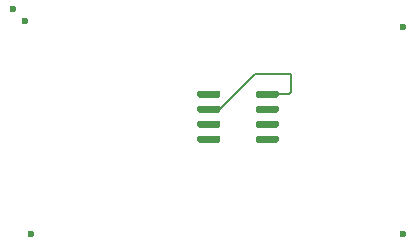
<source format=gtl>
G04 #@! TF.GenerationSoftware,KiCad,Pcbnew,8.0.9-8.0.9-0~ubuntu24.04.1*
G04 #@! TF.CreationDate,2025-11-26T21:59:02+00:00*
G04 #@! TF.ProjectId,greenenergyecu,67726565-6e65-46e6-9572-67796563752e,rev?*
G04 #@! TF.SameCoordinates,Original*
G04 #@! TF.FileFunction,Copper,L1,Top*
G04 #@! TF.FilePolarity,Positive*
%FSLAX46Y46*%
G04 Gerber Fmt 4.6, Leading zero omitted, Abs format (unit mm)*
G04 Created by KiCad (PCBNEW 8.0.9-8.0.9-0~ubuntu24.04.1) date 2025-11-26 21:59:02*
%MOMM*%
%LPD*%
G01*
G04 APERTURE LIST*
G04 #@! TA.AperFunction,ViaPad*
%ADD10C,0.600000*%
G04 #@! TD*
G04 #@! TA.AperFunction,Conductor*
%ADD11C,0.200000*%
G04 #@! TD*
G04 APERTURE END LIST*
G04 #@! TO.P,U1,1,GND*
G04 #@! TO.N,unconnected-(U1-GND-Pad1)*
G04 #@! TA.AperFunction,SMDPad,CuDef*
G36*
G01*
X14575000Y-6380000D02*
X14575000Y-6080000D01*
G75*
G02*
X14725000Y-5930000I150000J0D01*
G01*
X16375000Y-5930000D01*
G75*
G02*
X16525000Y-6080000I0J-150000D01*
G01*
X16525000Y-6380000D01*
G75*
G02*
X16375000Y-6530000I-150000J0D01*
G01*
X14725000Y-6530000D01*
G75*
G02*
X14575000Y-6380000I0J150000D01*
G01*
G37*
G04 #@! TD.AperFunction*
G04 #@! TO.P,U1,2,TR*
G04 #@! TO.N,Net-(U1-TR)*
G04 #@! TA.AperFunction,SMDPad,CuDef*
G36*
G01*
X14575000Y-7650000D02*
X14575000Y-7350000D01*
G75*
G02*
X14725000Y-7200000I150000J0D01*
G01*
X16375000Y-7200000D01*
G75*
G02*
X16525000Y-7350000I0J-150000D01*
G01*
X16525000Y-7650000D01*
G75*
G02*
X16375000Y-7800000I-150000J0D01*
G01*
X14725000Y-7800000D01*
G75*
G02*
X14575000Y-7650000I0J150000D01*
G01*
G37*
G04 #@! TD.AperFunction*
G04 #@! TO.P,U1,3,Q*
G04 #@! TO.N,unconnected-(U1-Q-Pad3)*
G04 #@! TA.AperFunction,SMDPad,CuDef*
G36*
G01*
X14575000Y-8920000D02*
X14575000Y-8620000D01*
G75*
G02*
X14725000Y-8470000I150000J0D01*
G01*
X16375000Y-8470000D01*
G75*
G02*
X16525000Y-8620000I0J-150000D01*
G01*
X16525000Y-8920000D01*
G75*
G02*
X16375000Y-9070000I-150000J0D01*
G01*
X14725000Y-9070000D01*
G75*
G02*
X14575000Y-8920000I0J150000D01*
G01*
G37*
G04 #@! TD.AperFunction*
G04 #@! TO.P,U1,4,R*
G04 #@! TO.N,unconnected-(U1-R-Pad4)*
G04 #@! TA.AperFunction,SMDPad,CuDef*
G36*
G01*
X14575000Y-10190000D02*
X14575000Y-9890000D01*
G75*
G02*
X14725000Y-9740000I150000J0D01*
G01*
X16375000Y-9740000D01*
G75*
G02*
X16525000Y-9890000I0J-150000D01*
G01*
X16525000Y-10190000D01*
G75*
G02*
X16375000Y-10340000I-150000J0D01*
G01*
X14725000Y-10340000D01*
G75*
G02*
X14575000Y-10190000I0J150000D01*
G01*
G37*
G04 #@! TD.AperFunction*
G04 #@! TO.P,U1,5,CV*
G04 #@! TO.N,unconnected-(U1-CV-Pad5)*
G04 #@! TA.AperFunction,SMDPad,CuDef*
G36*
G01*
X19525000Y-10190000D02*
X19525000Y-9890000D01*
G75*
G02*
X19675000Y-9740000I150000J0D01*
G01*
X21325000Y-9740000D01*
G75*
G02*
X21475000Y-9890000I0J-150000D01*
G01*
X21475000Y-10190000D01*
G75*
G02*
X21325000Y-10340000I-150000J0D01*
G01*
X19675000Y-10340000D01*
G75*
G02*
X19525000Y-10190000I0J150000D01*
G01*
G37*
G04 #@! TD.AperFunction*
G04 #@! TO.P,U1,6,THR*
G04 #@! TO.N,unconnected-(U1-THR-Pad6)*
G04 #@! TA.AperFunction,SMDPad,CuDef*
G36*
G01*
X19525000Y-8920000D02*
X19525000Y-8620000D01*
G75*
G02*
X19675000Y-8470000I150000J0D01*
G01*
X21325000Y-8470000D01*
G75*
G02*
X21475000Y-8620000I0J-150000D01*
G01*
X21475000Y-8920000D01*
G75*
G02*
X21325000Y-9070000I-150000J0D01*
G01*
X19675000Y-9070000D01*
G75*
G02*
X19525000Y-8920000I0J150000D01*
G01*
G37*
G04 #@! TD.AperFunction*
G04 #@! TO.P,U1,7,DIS*
G04 #@! TO.N,unconnected-(U1-DIS-Pad7)*
G04 #@! TA.AperFunction,SMDPad,CuDef*
G36*
G01*
X19525000Y-7650000D02*
X19525000Y-7350000D01*
G75*
G02*
X19675000Y-7200000I150000J0D01*
G01*
X21325000Y-7200000D01*
G75*
G02*
X21475000Y-7350000I0J-150000D01*
G01*
X21475000Y-7650000D01*
G75*
G02*
X21325000Y-7800000I-150000J0D01*
G01*
X19675000Y-7800000D01*
G75*
G02*
X19525000Y-7650000I0J150000D01*
G01*
G37*
G04 #@! TD.AperFunction*
G04 #@! TO.P,U1,8,VCC*
G04 #@! TO.N,Net-(U1-TR)*
G04 #@! TA.AperFunction,SMDPad,CuDef*
G36*
G01*
X19525000Y-6380000D02*
X19525000Y-6080000D01*
G75*
G02*
X19675000Y-5930000I150000J0D01*
G01*
X21325000Y-5930000D01*
G75*
G02*
X21475000Y-6080000I0J-150000D01*
G01*
X21475000Y-6380000D01*
G75*
G02*
X21325000Y-6530000I-150000J0D01*
G01*
X19675000Y-6530000D01*
G75*
G02*
X19525000Y-6380000I0J150000D01*
G01*
G37*
G04 #@! TD.AperFunction*
G04 #@! TD*
D10*
G04 #@! TO.N,*
X0Y-40000D03*
X-1000000Y960000D03*
X500000Y-18040000D03*
X32000000Y-18040000D03*
X32000000Y-540000D03*
G04 #@! TD*
D11*
G04 #@! TO.N,Net-(U1-TR)*
X15550000Y-7500000D02*
X16524999Y-7500000D01*
X22500000Y-6040000D02*
X22310000Y-6230000D01*
X19484999Y-4540000D02*
X22500000Y-4540000D01*
X22500000Y-4540000D02*
X22500000Y-6040000D01*
X16524999Y-7500000D02*
X19484999Y-4540000D01*
X22310000Y-6230000D02*
X20500000Y-6230000D01*
G04 #@! TD*
M02*

</source>
